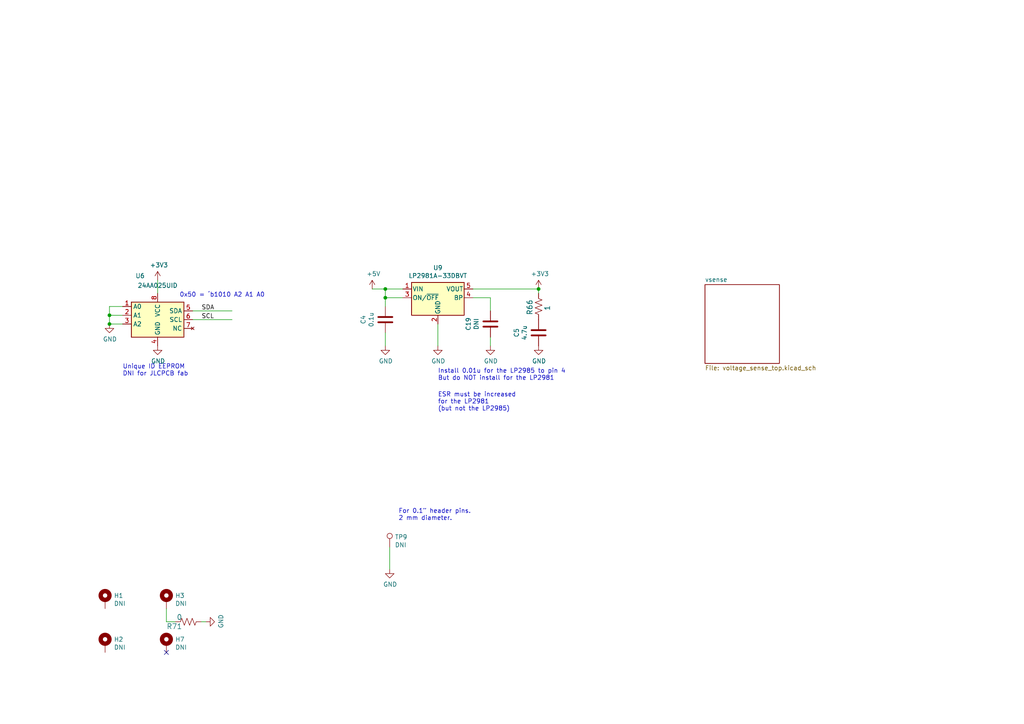
<source format=kicad_sch>
(kicad_sch (version 20211123) (generator eeschema)
  (paper "A4")
  (title_block (title "Bath/Guard Clamp") (date "2021-04-06") (rev "1") (company "UST Electrical Instrumentation"))
  (lib_symbols
    (symbol "Connector:TestPoint" (pin_numbers hide) (pin_names (offset 0.762) hide)
      (property "Reference" "TP" (at 0 6.858 0))
      (property "Value" "TestPoint" (at 0 5.08 0))
      (symbol "TestPoint_0_1"
        (circle (center 0 3.302) (radius 0.762))
      )
      (symbol "TestPoint_1_1"
        (pin passive line (at 0 0 90) (length 2.54) (name "1") (number "1"))
      )
    )
    (symbol "Device:C" (pin_numbers hide) (pin_names (offset 0.254))
      (property "Reference" "C" (at 0.635 2.54 0))
      (property "Value" "C" (at 0.635 -2.54 0))
      (symbol "C_0_1"
        (polyline (pts (xy -2.032 -0.762) (xy 2.032 -0.762)) (stroke (width 0.508)))
        (polyline (pts (xy -2.032 0.762) (xy 2.032 0.762)) (stroke (width 0.508)))
      )
      (symbol "C_1_1"
        (pin passive line (at 0 3.81 270) (length 2.794) (name "~") (number "1"))
        (pin passive line (at 0 -3.81 90) (length 2.794) (name "~") (number "2"))
      )
    )
    (symbol "Device:R_US" (pin_numbers hide) (pin_names (offset 0))
      (property "Reference" "R" (at 2.54 0 90))
      (property "Value" "R_US" (at -2.54 0 90))
      (symbol "R_US_0_1"
        (polyline (pts (xy 0 -2.286) (xy 0 -2.54)))
        (polyline (pts (xy 0 2.286) (xy 0 2.54)))
        (polyline (pts (xy 0 -0.762) (xy 1.016 -1.143) (xy 0 -1.524) (xy -1.016 -1.905) (xy 0 -2.286)))
        (polyline (pts (xy 0 0.762) (xy 1.016 0.381) (xy 0 0) (xy -1.016 -0.381) (xy 0 -0.762)))
        (polyline (pts (xy 0 2.286) (xy 1.016 1.905) (xy 0 1.524) (xy -1.016 1.143) (xy 0 0.762)))
      )
      (symbol "R_US_1_1"
        (pin passive line (at 0 3.81 270) (length 1.27) (name "~") (number "1"))
        (pin passive line (at 0 -3.81 90) (length 1.27) (name "~") (number "2"))
      )
    )
    (symbol "Mechanical:MountingHole_Pad" (pin_numbers hide) (pin_names (offset 1.016) hide)
      (property "Reference" "H" (at 0 6.35 0))
      (property "Value" "MountingHole_Pad" (at 0 4.445 0))
      (symbol "MountingHole_Pad_0_1"
        (circle (center 0 1.27) (radius 1.27) (stroke (width 1.27)))
      )
      (symbol "MountingHole_Pad_1_1"
        (pin input line (at 0 -2.54 90) (length 2.54) (name "1") (number "1"))
      )
    )
    (symbol "Regulator_Linear:LP2985-3.3" (pin_names (offset 0.254))
      (property "Reference" "U" (at -6.35 5.715 0))
      (property "Value" "LP2985-3.3" (at 0 5.715 0))
      (symbol "LP2985-3.3_0_1"
        (rectangle (start -7.62 -5.08) (end 7.62 4.445) (stroke (width 0.254)) (fill (type background)))
      )
      (symbol "LP2985-3.3_1_1"
        (pin power_in line (at -10.16 2.54 0) (length 2.54) (name "VIN") (number "1"))
        (pin power_in line (at 0 -7.62 90) (length 2.54) (name "GND") (number "2"))
        (pin input line (at -10.16 0 0) (length 2.54) (name "ON/~{OFF}") (number "3"))
        (pin input line (at 10.16 0 180) (length 2.54) (name "BP") (number "4"))
        (pin power_out line (at 10.16 2.54 180) (length 2.54) (name "VOUT") (number "5"))
      )
    )
    (symbol "covg-kicad:24AA025UID"
      (property "Reference" "U" (at -7.62 6.35 0))
      (property "Value" "24AA025UID" (at 2.54 -6.35 0))
      (symbol "24AA025UID_1_1"
        (rectangle (start -7.62 5.08) (end 7.62 -5.08) (stroke (width 0.254)) (fill (type background)))
        (pin input line (at -10.16 3.81 0) (length 2.54) (name "A0") (number "1"))
        (pin input line (at -10.16 1.27 0) (length 2.54) (name "A1") (number "2"))
        (pin input line (at -10.16 -1.27 0) (length 2.54) (name "A2") (number "3"))
        (pin power_in line (at 0 -7.62 90) (length 2.54) (name "GND") (number "4"))
        (pin bidirectional line (at 10.16 2.54 180) (length 2.54) (name "SDA") (number "5"))
        (pin input line (at 10.16 0 180) (length 2.54) (name "SCL") (number "6"))
        (pin no_connect line (at 10.16 -2.54 180) (length 2.54) (name "NC") (number "7"))
        (pin power_in line (at 0 7.62 270) (length 2.54) (name "VCC") (number "8"))
      )
    )
    (symbol "power:+3.3V" (power) (pin_names (offset 0))
      (property "Value" "+3.3V" (at 0 3.556 0))
      (symbol "+3.3V_0_1"
        (polyline (pts (xy -0.762 1.27) (xy 0 2.54)))
        (polyline (pts (xy 0 0) (xy 0 2.54)))
        (polyline (pts (xy 0 2.54) (xy 0.762 1.27)))
      )
      (symbol "+3.3V_1_1"
        (pin power_in line (at 0 0 90) (length 0) hide (name "+3V3") (number "1"))
      )
    )
    (symbol "power:+5V" (power) (pin_names (offset 0))
      (property "Value" "+5V" (at 0 3.556 0))
      (symbol "+5V_0_1"
        (polyline (pts (xy -0.762 1.27) (xy 0 2.54)))
        (polyline (pts (xy 0 0) (xy 0 2.54)))
        (polyline (pts (xy 0 2.54) (xy 0.762 1.27)))
      )
      (symbol "+5V_1_1"
        (pin power_in line (at 0 0 90) (length 0) hide (name "+5V") (number "1"))
      )
    )
    (symbol "power:GND" (power) (pin_names (offset 0))
      (property "Value" "GND" (at 0 -3.81 0))
      (symbol "GND_0_1"
        (polyline (pts (xy 0 0) (xy 0 -1.27) (xy 1.27 -1.27) (xy 0 -2.54) (xy -1.27 -1.27) (xy 0 -1.27)))
      )
      (symbol "GND_1_1"
        (pin power_in line (at 0 0 270) (length 0) hide (name "GND") (number "1"))
      )
    )
  )
  (junction (at 156.21 83.82))
  (junction (at 31.75 93.98))
  (junction (at 111.76 83.82))
  (junction (at 111.76 86.36))
  (junction (at 31.75 91.44))
  (no_connect (at 48.26 189.23))
  (wire (pts (xy 127 100.33) (xy 127 93.98)))
  (wire (pts (xy 55.88 92.71) (xy 67.31 92.71)))
  (wire (pts (xy 48.26 180.34) (xy 48.26 176.53)))
  (wire (pts (xy 142.24 86.36) (xy 142.24 90.17)))
  (wire (pts (xy 31.75 93.98) (xy 35.56 93.98)))
  (wire (pts (xy 116.84 86.36) (xy 111.76 86.36)))
  (wire (pts (xy 111.76 88.9) (xy 111.76 86.36)))
  (wire (pts (xy 35.56 88.9) (xy 31.75 88.9)))
  (wire (pts (xy 35.56 91.44) (xy 31.75 91.44)))
  (wire (pts (xy 55.88 90.17) (xy 67.31 90.17)))
  (wire (pts (xy 50.8 180.34) (xy 48.26 180.34)))
  (wire (pts (xy 45.72 81.28) (xy 45.72 85.09)))
  (wire (pts (xy 111.76 83.82) (xy 107.95 83.82)))
  (wire (pts (xy 31.75 88.9) (xy 31.75 91.44)))
  (wire (pts (xy 111.76 96.52) (xy 111.76 100.33)))
  (wire (pts (xy 59.69 180.34) (xy 58.42 180.34)))
  (wire (pts (xy 113.03 158.75) (xy 113.03 165.1)))
  (wire (pts (xy 156.21 83.82) (xy 156.21 85.09)))
  (wire (pts (xy 111.76 86.36) (xy 111.76 83.82)))
  (wire (pts (xy 142.24 97.79) (xy 142.24 100.33)))
  (wire (pts (xy 116.84 83.82) (xy 111.76 83.82)))
  (wire (pts (xy 137.16 83.82) (xy 156.21 83.82)))
  (wire (pts (xy 31.75 91.44) (xy 31.75 93.98)))
  (wire (pts (xy 137.16 86.36) (xy 142.24 86.36)))
  (text "For 0.1” header pins. \n2 mm diameter." (at 115.57 151.13 0) (effects (font (size 1.27 1.27)) (justify left bottom)))
  (text "Install 0.01u for the LP2985 to pin 4\nBut do NOT install for the LP2981" (at 127 110.49 0) (effects (font (size 1.27 1.27)) (justify left bottom)))
  (text "Unique ID EEPROM\nDNI for JLCPCB fab" (at 35.56 109.22 0) (effects (font (size 1.27 1.27)) (justify left bottom)))
  (text "0x50 = ‘b1010 A2 A1 A0" (at 52.07 86.36 0) (effects (font (size 1.27 1.27)) (justify left bottom)))
  (text "ESR must be increased \nfor the LP2981\n(but not the LP2985)" (at 127 119.38 0) (effects (font (size 1.27 1.27)) (justify left bottom)))
  (label "SDA" (at 58.42 90.17 0))
  (label "SCL" (at 58.42 92.71 0))
  (symbol (lib_id "Regulator_Linear:LP2985-3.3") (at 127 86.36 0) (unit 1)
    (property "Reference" "U9" (at 127 77.6732 0))
    (property "Value" "LP2981A-33DBVT" (at 127 79.9846 0))
    (property "Footprint" "Package_TO_SOT_SMD:SOT-23-5" (effects hide))
    (property "Manf#" "LP2981A-33DBVT" (effects hide))
    (property "Alternate Manf#" "LP2985-33DBVR" (effects hide))
    (property "Alternate2 Manf#" "LP2985-33DBVRG4" (effects hide))
    (property "Alternate3 Manf#" "TPS7A2433DBVR" (effects hide))
  )
  (symbol (lib_id "power:GND") (at 127 100.33 0) (unit 1)
    (property "Reference" "#PWR09" (effects hide))
    (property "Value" "GND" (at 127.127 104.7242 0))
  )
  (symbol (lib_id "power:+5V") (at 107.95 83.82 0) (unit 1)
    (property "Reference" "#PWR07" (effects hide))
    (property "Value" "+5V" (at 108.331 79.4258 0))
  )
  (symbol (lib_id "power:+3.3V") (at 156.21 83.82 0) (unit 1)
    (property "Reference" "#PWR011" (effects hide))
    (property "Value" "+3.3V" (at 156.591 79.4258 0))
  )
  (symbol (lib_id "Device:C") (at 111.76 92.71 0) (unit 1)
    (property "Reference" "C4" (at 105.3592 92.71 90))
    (property "Value" "0.1u" (at 107.6706 92.71 90))
    (property "Footprint" "Capacitor_SMD:C_0603_1608Metric" (effects hide))
    (property "Manf#" "CL10B104KA8NNWC" (effects hide))
    (property "Tolerance" "10%" (effects hide))
    (property "voltage" "25V" (effects hide))
  )
  (symbol (lib_id "power:GND") (at 111.76 100.33 0) (unit 1)
    (property "Reference" "#PWR08" (effects hide))
    (property "Value" "GND" (at 111.887 104.7242 0))
  )
  (symbol (lib_id "Device:C") (at 156.21 96.52 0) (unit 1)
    (property "Reference" "C5" (at 149.8092 96.52 90))
    (property "Value" "4.7u" (at 152.1206 96.52 90))
    (property "Footprint" "Capacitor_SMD:C_0603_1608Metric" (effects hide))
    (property "Manf#" "CL10A475KP8NNNC" (effects hide))
    (property "Tolerance" "20%" (effects hide))
    (property "voltage" "25V" (effects hide))
  )
  (symbol (lib_id "power:GND") (at 156.21 100.33 0) (unit 1)
    (property "Reference" "#PWR010" (effects hide))
    (property "Value" "GND" (at 156.337 104.7242 0))
  )
  (symbol (lib_id "Mechanical:MountingHole_Pad") (at 48.26 186.69 0) (unit 1)
    (property "Reference" "H7" (at 50.8 185.4454 0) (effects (justify left)))
    (property "Value" "DNI" (at 50.8 187.7568 0) (effects (justify left)))
    (property "Footprint" "MountingHole:MountingHole_2.2mm_M2" (effects hide))
  )
  (symbol (lib_id "power:+3.3V") (at 45.72 81.28 0) (unit 1)
    (property "Reference" "#PWR03" (effects hide))
    (property "Value" "+3.3V" (at 46.101 76.8858 0))
  )
  (symbol (lib_id "power:GND") (at 45.72 100.33 0) (unit 1)
    (property "Reference" "#PWR04" (effects hide))
    (property "Value" "GND" (at 45.847 104.7242 0))
  )
  (symbol (lib_id "power:GND") (at 31.75 93.98 0) (unit 1)
    (property "Reference" "#PWR01" (effects hide))
    (property "Value" "GND" (at 31.877 98.3742 0))
  )
  (symbol (lib_id "Device:R_US") (at 54.61 180.34 90) (unit 1)
    (property "Reference" "R71" (at 52.8828 181.6862 90) (effects (font (size 1.4986 1.4986)) (justify left)))
    (property "Value" "0" (at 52.8828 179.0192 90) (effects (font (size 1.4986 1.4986)) (justify left)))
    (property "Footprint" "Resistor_SMD:R_0603_1608Metric" (effects hide))
    (property "Manf#" "RC0603FR-070RL" (effects hide))
    (property "Tolerance" "1%" (effects hide))
  )
  (symbol (lib_id "power:GND") (at 59.69 180.34 90) (unit 1)
    (property "Reference" "#PWR0107" (effects hide))
    (property "Value" "GND" (at 64.0842 180.213 0))
  )
  (symbol (lib_id "Device:R_US") (at 156.21 88.9 0) (unit 1)
    (property "Reference" "R66" (at 153.67 91.44 90) (effects (font (size 1.4986 1.4986)) (justify left)))
    (property "Value" "1" (at 158.75 90.17 90) (effects (font (size 1.4986 1.4986)) (justify left)))
    (property "Footprint" "Resistor_SMD:R_0603_1608Metric" (effects hide))
    (property "Manf#" "RC0603FR-071RL" (effects hide))
    (property "Tolerance" "1%" (effects hide))
  )
  (symbol (lib_id "Device:C") (at 142.24 93.98 0) (unit 1)
    (property "Reference" "C19" (at 135.8392 93.98 90))
    (property "Value" "DNI" (at 138.1506 93.98 90))
    (property "Footprint" "Capacitor_SMD:C_0603_1608Metric" (effects hide))
  )
  (symbol (lib_id "power:GND") (at 142.24 100.33 0) (unit 1)
    (property "Reference" "#PWR0174" (effects hide))
    (property "Value" "GND" (at 142.367 104.7242 0))
  )
  (symbol (lib_id "Connector:TestPoint") (at 113.03 158.75 0) (unit 1)
    (property "Reference" "TP9" (at 114.5032 155.7528 0) (effects (justify left)))
    (property "Value" "DNI" (at 114.5032 158.0642 0) (effects (justify left)))
    (property "Footprint" "TestPoint:TestPoint_THTPad_D2.0mm_Drill1.0mm" (effects hide))
  )
  (symbol (lib_id "power:GND") (at 113.03 165.1 0) (unit 1)
    (property "Reference" "#PWR0218" (effects hide))
    (property "Value" "GND" (at 113.157 169.4942 0))
  )
  (symbol (lib_id "covg-kicad:24AA025UID") (at 45.72 92.71 0) (unit 1)
    (property "Reference" "U6" (at 40.64 80.01 0))
    (property "Value" "24AA025UID" (at 45.72 82.804 0))
    (property "Footprint" "Package_SO:SOIC-8_3.9x4.9mm_P1.27mm" (effects hide))
    (property "Datasheet" "https://ww1.microchip.com/downloads/en/DeviceDoc/20005202A.pdf" (effects hide))
    (property "Manf#" "24AA025UIDT-I/SN" (effects hide))
    (property "Alternate Manf#" "24AA025E64-I/SN" (effects hide))
  )
  (symbol (lib_id "Mechanical:MountingHole_Pad") (at 48.26 173.99 0) (unit 1)
    (property "Reference" "H3" (at 50.8 172.7454 0) (effects (justify left)))
    (property "Value" "DNI" (at 50.8 175.0568 0) (effects (justify left)))
    (property "Footprint" "MountingHole:MountingHole_2.2mm_M2_Pad" (effects hide))
  )
  (symbol (lib_id "Mechanical:MountingHole_Pad") (at 30.48 186.69 0) (unit 1)
    (property "Reference" "H2" (at 33.02 185.4454 0) (effects (justify left)))
    (property "Value" "DNI" (at 33.02 187.7568 0) (effects (justify left)))
    (property "Footprint" "MountingHole:MountingHole_2.2mm_M2" (effects hide))
  )
  (symbol (lib_id "Mechanical:MountingHole_Pad") (at 30.48 173.99 0) (unit 1)
    (property "Reference" "H1" (at 33.02 172.7454 0) (effects (justify left)))
    (property "Value" "DNI" (at 33.02 175.0568 0) (effects (justify left)))
    (property "Footprint" "MountingHole:MountingHole_2.2mm_M2" (effects hide))
  )
  (sheet (at 204.47 82.55) (size 21.59 22.86) (stroke (width 0.1524))
    (property "Sheet name" "vsense" (at 204.47 81.8384 0) (effects (justify left bottom)))
    (property "Sheet file" "voltage_sense_top.kicad_sch" (at 204.47 105.9946 0) (effects (justify left top)))
  )
)
</source>
